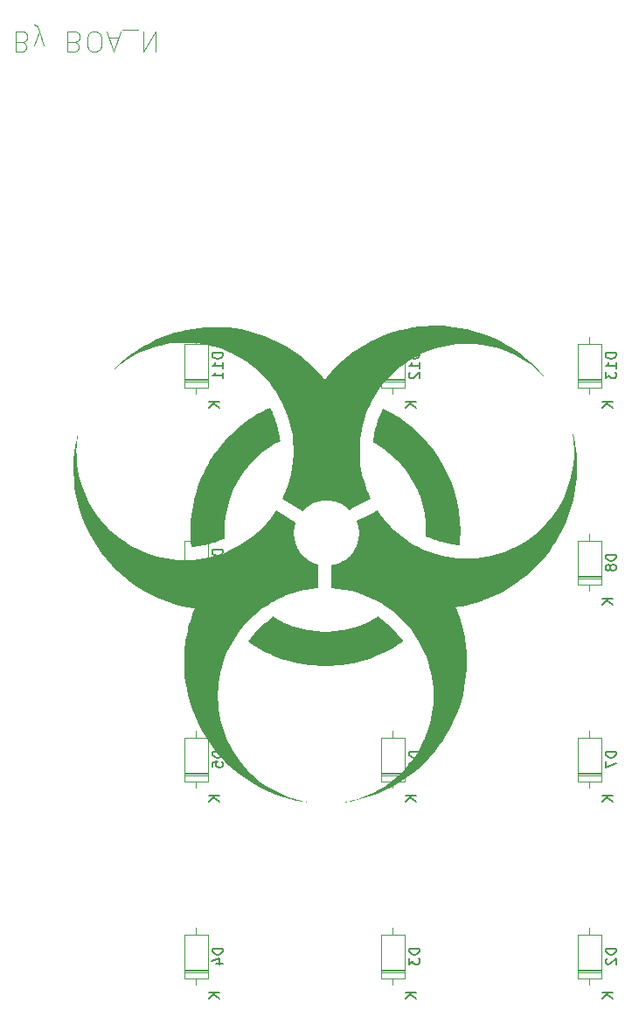
<source format=gbr>
%TF.GenerationSoftware,KiCad,Pcbnew,9.0.6*%
%TF.CreationDate,2026-01-12T21:07:24-05:00*%
%TF.ProjectId,BioPad,42696f50-6164-42e6-9b69-6361645f7063,rev?*%
%TF.SameCoordinates,Original*%
%TF.FileFunction,Legend,Bot*%
%TF.FilePolarity,Positive*%
%FSLAX46Y46*%
G04 Gerber Fmt 4.6, Leading zero omitted, Abs format (unit mm)*
G04 Created by KiCad (PCBNEW 9.0.6) date 2026-01-12 21:07:24*
%MOMM*%
%LPD*%
G01*
G04 APERTURE LIST*
%ADD10C,0.000000*%
%ADD11C,0.100000*%
%ADD12C,0.150000*%
%ADD13C,0.120000*%
G04 APERTURE END LIST*
D10*
G36*
X179308260Y-87722369D02*
G01*
X179257623Y-88168346D01*
X179226019Y-88616684D01*
X179213618Y-89066749D01*
X179220588Y-89517906D01*
X179247097Y-89969523D01*
X179293314Y-90420965D01*
X179359408Y-90871599D01*
X179445547Y-91320791D01*
X179551900Y-91767908D01*
X179678635Y-92212316D01*
X179825922Y-92653381D01*
X179993928Y-93090470D01*
X180182822Y-93522949D01*
X180392774Y-93950183D01*
X180623950Y-94371541D01*
X180906492Y-94833239D01*
X181208803Y-95275347D01*
X181529981Y-95697620D01*
X181869123Y-96099815D01*
X182225324Y-96481689D01*
X182597682Y-96842997D01*
X182985293Y-97183498D01*
X183387255Y-97502946D01*
X183802663Y-97801100D01*
X184230615Y-98077715D01*
X184670207Y-98332547D01*
X185120537Y-98565354D01*
X185580699Y-98775893D01*
X186049793Y-98963918D01*
X186526913Y-99129188D01*
X187011157Y-99271459D01*
X187501622Y-99390486D01*
X187997404Y-99486028D01*
X188497600Y-99557840D01*
X189001307Y-99605678D01*
X189507621Y-99629300D01*
X190015640Y-99628463D01*
X190524459Y-99602921D01*
X191033175Y-99552433D01*
X191540886Y-99476755D01*
X192046688Y-99375643D01*
X192549678Y-99248853D01*
X193048952Y-99096143D01*
X193543607Y-98917269D01*
X194032739Y-98711987D01*
X194515447Y-98480054D01*
X194990825Y-98221227D01*
X195266475Y-98056153D01*
X195535288Y-97884015D01*
X195797218Y-97705006D01*
X196052218Y-97519316D01*
X196300241Y-97327139D01*
X196541242Y-97128666D01*
X196775174Y-96924089D01*
X197001989Y-96713599D01*
X197221642Y-96497388D01*
X197434087Y-96275649D01*
X197639276Y-96048573D01*
X197837163Y-95816352D01*
X198027701Y-95579177D01*
X198210845Y-95337241D01*
X198386547Y-95090736D01*
X198554762Y-94839853D01*
X200447856Y-96010632D01*
X200411238Y-96129292D01*
X200378899Y-96249999D01*
X200351025Y-96372565D01*
X200327801Y-96496806D01*
X200309415Y-96622535D01*
X200296052Y-96749566D01*
X200287897Y-96877714D01*
X200285832Y-96942148D01*
X200285138Y-97006792D01*
X200288060Y-97143391D01*
X200296745Y-97278522D01*
X200311074Y-97412064D01*
X200330926Y-97543898D01*
X200356182Y-97673903D01*
X200386722Y-97801960D01*
X200422426Y-97927949D01*
X200463174Y-98051750D01*
X200508846Y-98173242D01*
X200559322Y-98292307D01*
X200614482Y-98408824D01*
X200674207Y-98522674D01*
X200738377Y-98633736D01*
X200806871Y-98741890D01*
X200879569Y-98847017D01*
X200956353Y-98948996D01*
X201037101Y-99047709D01*
X201121694Y-99143034D01*
X201210013Y-99234852D01*
X201301936Y-99323043D01*
X201397345Y-99407488D01*
X201496119Y-99488065D01*
X201598139Y-99564656D01*
X201703284Y-99637140D01*
X201811435Y-99705398D01*
X201922471Y-99769310D01*
X202036273Y-99828755D01*
X202152722Y-99883614D01*
X202271696Y-99933767D01*
X202393076Y-99979094D01*
X202516743Y-100019474D01*
X202642575Y-100054790D01*
X202642575Y-102344758D01*
X202354531Y-102368814D01*
X202066486Y-102400840D01*
X201778628Y-102440901D01*
X201491141Y-102489059D01*
X201204213Y-102545381D01*
X200918029Y-102609928D01*
X200632775Y-102682765D01*
X200348637Y-102763957D01*
X200065802Y-102853567D01*
X199784454Y-102951659D01*
X199504782Y-103058297D01*
X199226969Y-103173544D01*
X198951203Y-103297466D01*
X198677669Y-103430126D01*
X198406554Y-103571587D01*
X198138044Y-103721914D01*
X197679635Y-104002155D01*
X197240697Y-104302032D01*
X196821470Y-104620650D01*
X196422195Y-104957111D01*
X196043109Y-105310518D01*
X195684455Y-105679975D01*
X195346470Y-106064586D01*
X195029396Y-106463453D01*
X194733471Y-106875679D01*
X194458936Y-107300369D01*
X194206031Y-107736624D01*
X193974995Y-108183549D01*
X193766068Y-108640247D01*
X193579490Y-109105821D01*
X193415501Y-109579373D01*
X193274340Y-110060008D01*
X193156248Y-110546829D01*
X193061463Y-111038939D01*
X192990227Y-111535441D01*
X192942779Y-112035438D01*
X192919358Y-112538034D01*
X192920205Y-113042332D01*
X192945559Y-113547435D01*
X192995659Y-114052447D01*
X193070747Y-114556470D01*
X193171062Y-115058608D01*
X193296843Y-115557964D01*
X193448330Y-116053642D01*
X193625763Y-116544745D01*
X193829382Y-117030375D01*
X194059427Y-117509637D01*
X194316137Y-117981633D01*
X194638963Y-118505448D01*
X194987414Y-119003601D01*
X195360143Y-119475733D01*
X195755801Y-119921483D01*
X196173039Y-120340491D01*
X196610509Y-120732395D01*
X197066861Y-121096836D01*
X197540747Y-121433453D01*
X198030817Y-121741886D01*
X198535725Y-122021774D01*
X199054119Y-122272756D01*
X199584653Y-122494474D01*
X200125977Y-122686565D01*
X200676741Y-122848669D01*
X201235599Y-122980427D01*
X201801200Y-123081477D01*
X201164692Y-122995749D01*
X200537786Y-122881163D01*
X199921177Y-122738413D01*
X199315561Y-122568198D01*
X198721633Y-122371214D01*
X198140089Y-122148159D01*
X197571624Y-121899729D01*
X197016934Y-121626620D01*
X196476714Y-121329531D01*
X195951659Y-121009157D01*
X195442465Y-120666196D01*
X194949828Y-120301344D01*
X194474442Y-119915300D01*
X194017004Y-119508758D01*
X193578208Y-119082417D01*
X193158751Y-118636973D01*
X192759327Y-118173123D01*
X192380633Y-117691565D01*
X192023363Y-117192994D01*
X191688213Y-116678108D01*
X191375879Y-116147604D01*
X191087055Y-115602179D01*
X190822438Y-115042529D01*
X190582723Y-114469352D01*
X190368604Y-113883344D01*
X190180779Y-113285202D01*
X190019942Y-112675624D01*
X189886788Y-112055305D01*
X189782014Y-111424944D01*
X189706314Y-110785237D01*
X189660384Y-110136880D01*
X189644920Y-109480571D01*
X189649134Y-109138471D01*
X189661709Y-108798342D01*
X189682539Y-108460293D01*
X189711520Y-108124437D01*
X189748547Y-107790883D01*
X189793515Y-107459741D01*
X189846320Y-107131123D01*
X189906857Y-106805138D01*
X189975021Y-106481897D01*
X190050708Y-106161510D01*
X190133814Y-105844089D01*
X190224233Y-105529743D01*
X190321860Y-105218583D01*
X190426592Y-104910719D01*
X190538324Y-104606261D01*
X190656950Y-104305321D01*
X189909900Y-104176062D01*
X189171622Y-104005898D01*
X188443914Y-103795318D01*
X187728571Y-103544810D01*
X187027390Y-103254862D01*
X186342167Y-102925964D01*
X185674699Y-102558603D01*
X185026782Y-102153267D01*
X184400213Y-101710445D01*
X183796788Y-101230625D01*
X183218303Y-100714296D01*
X182666554Y-100161946D01*
X182143339Y-99574063D01*
X181650454Y-98951136D01*
X181189694Y-98293653D01*
X180762857Y-97602102D01*
X180427568Y-96986843D01*
X180126934Y-96362224D01*
X179860636Y-95729396D01*
X179628352Y-95089510D01*
X179429765Y-94443718D01*
X179264553Y-93793170D01*
X179132397Y-93139018D01*
X179032978Y-92482413D01*
X178965975Y-91824506D01*
X178931069Y-91166447D01*
X178927941Y-90509389D01*
X178956269Y-89854481D01*
X179015736Y-89202876D01*
X179106020Y-88555724D01*
X179226802Y-87914177D01*
X179377763Y-87279385D01*
X179308260Y-87722369D01*
G37*
G36*
X214696965Y-76960934D02*
G01*
X215283737Y-77003882D01*
X215867319Y-77071821D01*
X216446877Y-77164528D01*
X217021574Y-77281780D01*
X217590576Y-77423354D01*
X218153046Y-77589027D01*
X218708149Y-77778576D01*
X219255049Y-77991777D01*
X219792911Y-78228408D01*
X220320898Y-78488245D01*
X220838174Y-78771065D01*
X221343905Y-79076646D01*
X221837255Y-79404764D01*
X222317387Y-79755196D01*
X222783467Y-80127719D01*
X223234657Y-80522109D01*
X223670124Y-80938145D01*
X224089030Y-81375602D01*
X224490541Y-81834258D01*
X223861068Y-81239186D01*
X223189970Y-80703413D01*
X222481572Y-80228101D01*
X221740199Y-79814413D01*
X220970176Y-79463512D01*
X220175830Y-79176561D01*
X219361484Y-78954721D01*
X218531465Y-78799157D01*
X217690098Y-78711030D01*
X216841708Y-78691504D01*
X215990621Y-78741741D01*
X215141161Y-78862903D01*
X214297655Y-79056155D01*
X213464427Y-79322657D01*
X213053019Y-79483741D01*
X212645802Y-79663574D01*
X212243318Y-79862301D01*
X211846107Y-80080067D01*
X211407018Y-80347977D01*
X210985838Y-80633997D01*
X210582779Y-80937336D01*
X210198053Y-81257197D01*
X209831872Y-81592787D01*
X209484449Y-81943311D01*
X209155996Y-82307975D01*
X208846725Y-82685986D01*
X208556847Y-83076547D01*
X208286577Y-83478867D01*
X208036124Y-83892149D01*
X207805703Y-84315599D01*
X207595524Y-84748425D01*
X207405801Y-85189830D01*
X207236745Y-85639021D01*
X207088568Y-86095204D01*
X206961483Y-86557584D01*
X206855703Y-87025367D01*
X206771438Y-87497759D01*
X206708901Y-87973966D01*
X206668305Y-88453192D01*
X206649862Y-88934644D01*
X206653784Y-89417528D01*
X206680282Y-89901050D01*
X206729570Y-90384414D01*
X206801860Y-90866827D01*
X206897363Y-91347494D01*
X207016292Y-91825622D01*
X207158859Y-92300415D01*
X207325277Y-92771081D01*
X207515757Y-93236823D01*
X207730511Y-93696848D01*
X205821545Y-94665225D01*
X205646920Y-94768413D01*
X205538029Y-94665334D01*
X205424313Y-94567557D01*
X205305969Y-94475269D01*
X205183196Y-94388654D01*
X205056190Y-94307899D01*
X204925149Y-94233190D01*
X204790272Y-94164714D01*
X204651755Y-94102656D01*
X204509796Y-94047202D01*
X204364594Y-93998538D01*
X204216345Y-93956850D01*
X204065248Y-93922325D01*
X203911499Y-93895148D01*
X203755298Y-93875506D01*
X203596840Y-93863584D01*
X203436325Y-93859569D01*
X203263352Y-93864227D01*
X203092849Y-93878041D01*
X202925056Y-93900773D01*
X202760211Y-93932185D01*
X202598551Y-93972038D01*
X202440315Y-94020094D01*
X202285742Y-94076115D01*
X202135070Y-94139862D01*
X201988538Y-94211097D01*
X201846382Y-94289582D01*
X201708843Y-94375078D01*
X201576159Y-94467346D01*
X201448567Y-94566149D01*
X201326306Y-94671249D01*
X201209614Y-94782406D01*
X201098730Y-94899382D01*
X199189761Y-93716693D01*
X199448410Y-93140744D01*
X199671887Y-92551129D01*
X199859714Y-91949618D01*
X200011416Y-91337986D01*
X200126516Y-90718006D01*
X200204536Y-90091451D01*
X200245001Y-89460093D01*
X200247433Y-88825707D01*
X200211356Y-88190065D01*
X200136292Y-87554940D01*
X200021766Y-86922106D01*
X199867301Y-86293335D01*
X199672419Y-85670401D01*
X199436645Y-85055077D01*
X199159501Y-84449136D01*
X198840510Y-83854352D01*
X198557969Y-83392653D01*
X198255658Y-82950546D01*
X197934480Y-82528273D01*
X197595339Y-82126078D01*
X197239138Y-81744204D01*
X196866780Y-81382895D01*
X196479168Y-81042395D01*
X196077207Y-80722946D01*
X195661799Y-80424793D01*
X195233847Y-80148178D01*
X194794255Y-79893346D01*
X194343925Y-79660538D01*
X193883763Y-79450000D01*
X193414669Y-79261975D01*
X192937549Y-79096705D01*
X192453305Y-78954434D01*
X191962840Y-78835406D01*
X191467058Y-78739865D01*
X190966862Y-78668053D01*
X190463155Y-78620214D01*
X189956841Y-78596592D01*
X189448823Y-78597430D01*
X188940004Y-78622971D01*
X188431287Y-78673459D01*
X187923576Y-78749138D01*
X187417774Y-78850250D01*
X186914785Y-78977039D01*
X186415511Y-79129749D01*
X185920856Y-79308623D01*
X185431723Y-79513905D01*
X184949016Y-79745838D01*
X184473637Y-80004665D01*
X184258402Y-80133208D01*
X184047306Y-80265798D01*
X183840397Y-80402386D01*
X183637719Y-80542929D01*
X183439320Y-80687377D01*
X183245247Y-80835686D01*
X183055545Y-80987809D01*
X182870262Y-81143698D01*
X183191886Y-80828252D01*
X183525602Y-80522154D01*
X183871224Y-80225823D01*
X184228566Y-79939678D01*
X184597443Y-79664136D01*
X184977668Y-79399618D01*
X185369055Y-79146540D01*
X185771418Y-78905323D01*
X186330402Y-78599349D01*
X186897261Y-78321978D01*
X187471127Y-78072978D01*
X188051131Y-77852115D01*
X188636406Y-77659158D01*
X189226082Y-77493874D01*
X189819291Y-77356029D01*
X190415165Y-77245393D01*
X191012836Y-77161731D01*
X191611435Y-77104812D01*
X192210093Y-77074403D01*
X192807942Y-77070272D01*
X193404114Y-77092185D01*
X193997740Y-77139911D01*
X194587953Y-77213217D01*
X195173883Y-77311869D01*
X195754662Y-77435637D01*
X196329422Y-77584287D01*
X196897294Y-77757587D01*
X197457410Y-77955303D01*
X198008902Y-78177204D01*
X198550901Y-78423058D01*
X199082538Y-78692630D01*
X199602946Y-78985690D01*
X200111256Y-79302004D01*
X200606599Y-79641340D01*
X201088107Y-80003465D01*
X201554912Y-80388147D01*
X202006146Y-80795153D01*
X202440939Y-81224251D01*
X202858423Y-81675208D01*
X203257731Y-82147791D01*
X203456549Y-81901315D01*
X203661559Y-81659054D01*
X203872720Y-81421129D01*
X204089990Y-81187663D01*
X204313330Y-80958779D01*
X204542699Y-80734598D01*
X204778056Y-80515242D01*
X205019360Y-80300833D01*
X205266570Y-80091494D01*
X205519647Y-79887347D01*
X205778549Y-79688513D01*
X206043235Y-79495115D01*
X206313665Y-79307275D01*
X206589798Y-79125114D01*
X206871593Y-78948756D01*
X207159011Y-78778322D01*
X207711186Y-78476082D01*
X208271038Y-78201734D01*
X208837728Y-77955054D01*
X209410423Y-77735819D01*
X209988286Y-77543807D01*
X210570482Y-77378794D01*
X211156175Y-77240556D01*
X211744529Y-77128872D01*
X212334708Y-77043517D01*
X212925877Y-76984269D01*
X213517200Y-76950905D01*
X214107841Y-76943201D01*
X214696965Y-76960934D01*
G37*
G36*
X197975023Y-84898950D02*
G01*
X197983076Y-84919282D01*
X197991595Y-84939335D01*
X198000626Y-84959155D01*
X198010214Y-84978789D01*
X198020407Y-84998283D01*
X198031251Y-85017684D01*
X198042793Y-85037038D01*
X198117386Y-85194402D01*
X198189327Y-85353858D01*
X198258571Y-85515268D01*
X198325071Y-85678491D01*
X198388780Y-85843388D01*
X198449652Y-86009820D01*
X198507641Y-86177646D01*
X198562699Y-86346729D01*
X198616076Y-86525322D01*
X198666011Y-86703916D01*
X198712411Y-86882510D01*
X198755184Y-87061103D01*
X198794236Y-87239697D01*
X198829474Y-87418291D01*
X198860805Y-87596885D01*
X198888137Y-87775478D01*
X198894819Y-87816786D01*
X198902896Y-87857396D01*
X198912275Y-87897354D01*
X198922864Y-87936709D01*
X198934569Y-87975505D01*
X198947297Y-88013789D01*
X198960955Y-88051608D01*
X198975451Y-88089009D01*
X198387730Y-88408560D01*
X197825288Y-88766278D01*
X197289867Y-89160423D01*
X196783212Y-89589258D01*
X196307066Y-90051045D01*
X195863175Y-90544045D01*
X195453281Y-91066519D01*
X195079130Y-91616731D01*
X194742464Y-92192941D01*
X194445029Y-92793411D01*
X194188568Y-93416403D01*
X193974825Y-94060179D01*
X193805545Y-94723000D01*
X193682471Y-95403129D01*
X193607348Y-96098826D01*
X193581919Y-96808354D01*
X193583469Y-97001086D01*
X193588368Y-97192330D01*
X193596988Y-97382086D01*
X193602810Y-97476406D01*
X193609701Y-97570353D01*
X193530325Y-97582258D01*
X193500737Y-97588583D01*
X193471475Y-97595653D01*
X193442492Y-97603466D01*
X193413742Y-97612024D01*
X193385178Y-97621326D01*
X193356753Y-97631371D01*
X193328422Y-97642161D01*
X193300137Y-97653695D01*
X193300137Y-97649726D01*
X193123404Y-97721924D01*
X192947415Y-97789749D01*
X192772170Y-97853296D01*
X192597669Y-97912657D01*
X192423912Y-97967925D01*
X192250900Y-98019193D01*
X192078631Y-98066554D01*
X191907106Y-98110102D01*
X191730760Y-98150100D01*
X191553019Y-98186749D01*
X191373976Y-98220049D01*
X191193723Y-98250001D01*
X191012355Y-98276604D01*
X190829963Y-98299859D01*
X190646641Y-98319764D01*
X190462482Y-98336320D01*
X190433336Y-98339360D01*
X190404935Y-98342771D01*
X190390780Y-98344732D01*
X190376533Y-98346926D01*
X190362100Y-98349398D01*
X190347387Y-98352196D01*
X190326373Y-98161324D01*
X190308010Y-97969708D01*
X190292344Y-97777348D01*
X190279423Y-97584243D01*
X190269292Y-97390394D01*
X190261997Y-97195801D01*
X190257587Y-97000464D01*
X190256106Y-96804383D01*
X190265319Y-96308782D01*
X190292740Y-95817854D01*
X190338043Y-95331927D01*
X190400904Y-94851325D01*
X190480996Y-94376373D01*
X190577994Y-93907398D01*
X190691572Y-93444725D01*
X190821405Y-92988679D01*
X190967168Y-92539587D01*
X191128534Y-92097773D01*
X191305178Y-91663563D01*
X191496775Y-91237283D01*
X191702999Y-90819258D01*
X191923524Y-90409814D01*
X192158025Y-90009277D01*
X192406177Y-89617971D01*
X192667653Y-89236223D01*
X192942129Y-88864358D01*
X193229278Y-88502702D01*
X193528775Y-88151580D01*
X193840295Y-87811318D01*
X194163512Y-87482241D01*
X194498100Y-87164675D01*
X194843734Y-86858946D01*
X195200088Y-86565378D01*
X195566837Y-86284299D01*
X195943655Y-86016032D01*
X196330217Y-85760904D01*
X196726196Y-85519241D01*
X197131268Y-85291367D01*
X197545107Y-85077609D01*
X197967388Y-84878292D01*
X197975023Y-84898950D01*
G37*
G36*
X208490868Y-105067119D02*
G01*
X208493360Y-105070966D01*
X208498779Y-105078857D01*
X208504663Y-105086934D01*
X208510872Y-105095104D01*
X208517267Y-105103274D01*
X208523708Y-105111351D01*
X208536173Y-105126854D01*
X208567806Y-105163317D01*
X208583916Y-105180990D01*
X208600229Y-105198292D01*
X208616752Y-105215221D01*
X208633490Y-105231778D01*
X208650450Y-105247963D01*
X208667635Y-105263776D01*
X208685054Y-105279217D01*
X208702711Y-105294286D01*
X208720612Y-105308983D01*
X208738763Y-105323308D01*
X208757170Y-105337260D01*
X208775838Y-105350841D01*
X208794774Y-105364050D01*
X208813984Y-105376886D01*
X208951657Y-105481081D01*
X209087888Y-105588345D01*
X209222725Y-105698772D01*
X209356213Y-105812455D01*
X209488399Y-105929486D01*
X209619329Y-106049960D01*
X209749050Y-106173967D01*
X209877609Y-106301603D01*
X210004477Y-106433874D01*
X210129066Y-106568749D01*
X210251329Y-106706229D01*
X210371221Y-106846313D01*
X210488694Y-106989002D01*
X210603702Y-107134296D01*
X210716199Y-107282194D01*
X210826138Y-107432697D01*
X210861855Y-107480321D01*
X210457482Y-107755729D01*
X210042348Y-108016149D01*
X209616854Y-108261198D01*
X209181401Y-108490492D01*
X208736391Y-108703647D01*
X208282224Y-108900281D01*
X207819301Y-109080008D01*
X207348025Y-109242446D01*
X206868796Y-109387210D01*
X206382014Y-109513918D01*
X205888082Y-109622184D01*
X205387400Y-109711626D01*
X204880370Y-109781861D01*
X204367393Y-109832503D01*
X203848869Y-109863170D01*
X203325200Y-109873477D01*
X202804550Y-109863308D01*
X202289116Y-109833053D01*
X201779274Y-109783090D01*
X201275402Y-109713797D01*
X200777880Y-109625551D01*
X200287083Y-109518731D01*
X199803391Y-109393715D01*
X199327181Y-109250879D01*
X198858830Y-109090603D01*
X198398718Y-108913264D01*
X197947222Y-108719240D01*
X197504719Y-108508909D01*
X197071587Y-108282649D01*
X196648206Y-108040837D01*
X196234951Y-107783852D01*
X195832202Y-107512072D01*
X195867922Y-107464447D01*
X195975070Y-107315255D01*
X196085149Y-107168341D01*
X196198111Y-107023753D01*
X196313910Y-106881537D01*
X196432499Y-106741739D01*
X196553833Y-106604407D01*
X196677864Y-106469586D01*
X196804546Y-106337323D01*
X196932546Y-106208959D01*
X197063569Y-106082827D01*
X197197662Y-105958927D01*
X197334870Y-105837260D01*
X197475241Y-105717825D01*
X197618822Y-105600623D01*
X197765658Y-105485653D01*
X197915796Y-105372916D01*
X197936445Y-105357149D01*
X197956716Y-105341104D01*
X197976603Y-105324779D01*
X197996101Y-105308175D01*
X198015204Y-105291292D01*
X198033905Y-105274130D01*
X198052199Y-105256689D01*
X198070081Y-105238970D01*
X198087544Y-105220971D01*
X198104583Y-105202693D01*
X198121192Y-105184136D01*
X198137364Y-105165300D01*
X198153095Y-105146185D01*
X198168378Y-105126791D01*
X198183207Y-105107118D01*
X198197577Y-105087166D01*
X198479757Y-105255258D01*
X198768046Y-105414107D01*
X199062231Y-105563492D01*
X199362095Y-105703190D01*
X199667424Y-105832983D01*
X199978003Y-105952648D01*
X200293616Y-106061965D01*
X200614049Y-106160713D01*
X200939087Y-106248671D01*
X201268513Y-106325617D01*
X201602114Y-106391332D01*
X201939673Y-106445594D01*
X202280977Y-106488183D01*
X202625809Y-106518877D01*
X202973955Y-106537455D01*
X203325200Y-106543697D01*
X203679376Y-106537362D01*
X204030360Y-106518505D01*
X204377937Y-106487346D01*
X204721892Y-106444106D01*
X205062010Y-106389007D01*
X205398076Y-106322269D01*
X205729875Y-106244113D01*
X206057191Y-106154760D01*
X206379810Y-106054431D01*
X206697516Y-105943347D01*
X207010095Y-105821728D01*
X207317331Y-105689796D01*
X207619009Y-105547772D01*
X207914914Y-105395876D01*
X208204831Y-105234330D01*
X208488545Y-105063354D01*
X208490868Y-105067119D01*
G37*
G36*
X209697682Y-85392959D02*
G01*
X210479330Y-85866710D01*
X211223898Y-86392296D01*
X211928893Y-86967216D01*
X212591821Y-87588971D01*
X213210187Y-88255060D01*
X213781498Y-88962984D01*
X214303260Y-89710243D01*
X214772979Y-90494336D01*
X215188160Y-91312765D01*
X215546309Y-92163029D01*
X215844934Y-93042628D01*
X216081538Y-93949063D01*
X216253630Y-94879834D01*
X216358713Y-95832440D01*
X216394295Y-96804383D01*
X216393179Y-96979636D01*
X216389830Y-97154191D01*
X216384249Y-97328095D01*
X216376436Y-97501395D01*
X216366390Y-97674137D01*
X216354111Y-97846367D01*
X216339600Y-98018132D01*
X216322856Y-98189478D01*
X216306492Y-98186695D01*
X216290175Y-98184331D01*
X216273951Y-98182431D01*
X216257867Y-98181044D01*
X216241969Y-98180215D01*
X216226303Y-98179990D01*
X216218572Y-98180119D01*
X216210916Y-98180417D01*
X216203342Y-98180889D01*
X216195855Y-98181542D01*
X216025462Y-98163481D01*
X215853673Y-98141979D01*
X215680583Y-98116942D01*
X215506283Y-98088277D01*
X215330868Y-98055891D01*
X215154429Y-98019692D01*
X214977060Y-97979586D01*
X214798854Y-97935480D01*
X214615446Y-97886375D01*
X214434410Y-97834340D01*
X214255886Y-97779421D01*
X214080013Y-97721665D01*
X213906930Y-97661118D01*
X213736778Y-97597828D01*
X213569696Y-97531839D01*
X213405822Y-97463199D01*
X213384198Y-97453802D01*
X213362492Y-97444945D01*
X213340716Y-97436611D01*
X213318882Y-97428783D01*
X213275087Y-97414575D01*
X213231198Y-97402181D01*
X213187310Y-97391461D01*
X213143514Y-97382275D01*
X213099905Y-97374485D01*
X213056574Y-97367950D01*
X213064077Y-97228052D01*
X213068977Y-97088153D01*
X213071644Y-96948255D01*
X213072450Y-96808357D01*
X213066345Y-96460086D01*
X213048165Y-96114902D01*
X213018114Y-95773007D01*
X212976394Y-95434603D01*
X212923210Y-95099894D01*
X212858766Y-94769083D01*
X212783264Y-94442371D01*
X212696907Y-94119962D01*
X212599901Y-93802059D01*
X212492447Y-93488864D01*
X212374750Y-93180580D01*
X212247013Y-92877410D01*
X212109439Y-92579556D01*
X211962232Y-92287222D01*
X211805595Y-92000609D01*
X211639732Y-91719922D01*
X211464846Y-91445362D01*
X211281141Y-91177132D01*
X211088821Y-90915435D01*
X210888088Y-90660474D01*
X210679146Y-90412452D01*
X210462199Y-90171571D01*
X210237450Y-89938034D01*
X210005103Y-89712044D01*
X209765361Y-89493803D01*
X209518427Y-89283515D01*
X209264506Y-89081381D01*
X209003800Y-88887606D01*
X208736513Y-88702391D01*
X208462848Y-88525939D01*
X208183009Y-88358454D01*
X207897200Y-88200137D01*
X207928949Y-88120763D01*
X207940476Y-88086532D01*
X207951212Y-88052301D01*
X207961111Y-88018071D01*
X207970126Y-87983841D01*
X207978211Y-87949610D01*
X207985318Y-87915380D01*
X207991403Y-87881149D01*
X207996418Y-87846918D01*
X208023401Y-87662936D01*
X208053779Y-87480117D01*
X208087598Y-87298508D01*
X208124906Y-87118155D01*
X208165749Y-86939104D01*
X208210172Y-86761402D01*
X208258223Y-86585095D01*
X208309949Y-86410229D01*
X208365209Y-86235178D01*
X208423865Y-86061289D01*
X208485962Y-85888610D01*
X208551548Y-85717186D01*
X208620668Y-85547064D01*
X208693369Y-85378291D01*
X208769698Y-85210914D01*
X208849701Y-85044978D01*
X208881449Y-84973541D01*
X209697682Y-85392959D01*
G37*
G36*
X227409247Y-87850239D02*
G01*
X227511136Y-88395556D01*
X227590385Y-88942444D01*
X227647175Y-89490239D01*
X227681683Y-90038271D01*
X227694091Y-90585875D01*
X227684577Y-91132383D01*
X227653321Y-91677128D01*
X227600502Y-92219443D01*
X227526300Y-92758661D01*
X227430895Y-93294115D01*
X227314465Y-93825137D01*
X227177191Y-94351060D01*
X227019252Y-94871218D01*
X226840827Y-95384944D01*
X226642096Y-95891569D01*
X226423238Y-96390427D01*
X226184433Y-96880852D01*
X225925860Y-97362175D01*
X225647699Y-97833729D01*
X225350130Y-98294849D01*
X225033331Y-98744866D01*
X224697483Y-99183113D01*
X224342764Y-99608924D01*
X223969355Y-100021630D01*
X223577434Y-100420566D01*
X223167182Y-100805064D01*
X222738777Y-101174456D01*
X222292400Y-101528076D01*
X221828229Y-101865257D01*
X221346444Y-102185331D01*
X220847226Y-102487632D01*
X220554335Y-102651815D01*
X220259153Y-102808039D01*
X219961809Y-102956345D01*
X219662430Y-103096773D01*
X219361145Y-103229365D01*
X219058080Y-103354160D01*
X218753364Y-103471200D01*
X218447125Y-103580526D01*
X218139491Y-103682178D01*
X217830589Y-103776196D01*
X217520548Y-103862622D01*
X217209495Y-103941496D01*
X216897559Y-104012859D01*
X216584867Y-104076751D01*
X216271546Y-104133214D01*
X215957726Y-104182287D01*
X216082818Y-104489972D01*
X216200556Y-104801273D01*
X216310841Y-105116085D01*
X216413574Y-105434304D01*
X216508657Y-105755825D01*
X216595990Y-106080544D01*
X216675474Y-106408356D01*
X216747012Y-106739155D01*
X216810503Y-107072838D01*
X216865849Y-107409301D01*
X216912952Y-107748437D01*
X216951712Y-108090143D01*
X216982031Y-108434314D01*
X217003810Y-108780845D01*
X217016950Y-109129632D01*
X217021351Y-109480570D01*
X217006243Y-110129151D01*
X216961367Y-110769968D01*
X216887393Y-111402349D01*
X216784994Y-112025624D01*
X216654841Y-112639120D01*
X216497605Y-113242166D01*
X216313957Y-113834090D01*
X216104571Y-114414222D01*
X215870116Y-114981889D01*
X215611264Y-115536421D01*
X215328687Y-116077145D01*
X215023056Y-116603391D01*
X214695042Y-117114486D01*
X214345318Y-117609759D01*
X213974554Y-118088540D01*
X213583423Y-118550155D01*
X213172595Y-118993935D01*
X212742742Y-119419207D01*
X212294535Y-119825300D01*
X211828647Y-120211542D01*
X211345747Y-120577263D01*
X210846509Y-120921790D01*
X210331603Y-121244452D01*
X209801701Y-121544577D01*
X209257474Y-121821495D01*
X208699594Y-122074533D01*
X208128732Y-122303021D01*
X207545560Y-122506286D01*
X206950748Y-122683657D01*
X206344970Y-122834464D01*
X205728896Y-122958033D01*
X205103197Y-123053694D01*
X205326939Y-123013274D01*
X205550146Y-122967901D01*
X205772749Y-122917552D01*
X205994678Y-122862202D01*
X206215862Y-122801830D01*
X206436232Y-122736411D01*
X206655719Y-122665923D01*
X206874252Y-122590343D01*
X207091762Y-122509646D01*
X207308179Y-122423810D01*
X207523434Y-122332812D01*
X207737456Y-122236628D01*
X207950175Y-122135235D01*
X208161523Y-122028610D01*
X208371429Y-121916729D01*
X208579823Y-121799569D01*
X209038232Y-121519329D01*
X209477169Y-121219452D01*
X209896395Y-120900834D01*
X210295670Y-120564374D01*
X210674755Y-120210966D01*
X211033410Y-119841509D01*
X211371394Y-119456898D01*
X211688468Y-119058031D01*
X211984392Y-118645805D01*
X212258927Y-118221115D01*
X212511832Y-117784860D01*
X212742868Y-117337935D01*
X212951795Y-116881237D01*
X213138373Y-116415664D01*
X213302362Y-115942111D01*
X213443523Y-115461476D01*
X213561616Y-114974655D01*
X213656400Y-114482545D01*
X213727636Y-113986043D01*
X213775084Y-113486046D01*
X213798505Y-112983450D01*
X213797659Y-112479152D01*
X213772305Y-111974049D01*
X213722204Y-111469037D01*
X213647116Y-110965014D01*
X213546802Y-110462876D01*
X213421021Y-109963519D01*
X213269534Y-109467842D01*
X213092101Y-108976739D01*
X212888482Y-108491109D01*
X212658437Y-108011847D01*
X212401726Y-107539851D01*
X212042428Y-106961595D01*
X211651858Y-106414803D01*
X211231859Y-105899963D01*
X210784275Y-105417562D01*
X210310949Y-104968089D01*
X209813722Y-104552033D01*
X209294439Y-104169882D01*
X208754942Y-103822125D01*
X208197075Y-103509248D01*
X207622679Y-103231742D01*
X207033598Y-102990094D01*
X206431674Y-102784793D01*
X205818752Y-102616326D01*
X205196673Y-102485183D01*
X204567280Y-102391852D01*
X203932418Y-102336820D01*
X203932418Y-100118289D01*
X204072012Y-100092884D01*
X204209414Y-100061414D01*
X204344476Y-100024023D01*
X204477050Y-99980855D01*
X204606992Y-99932053D01*
X204734153Y-99877762D01*
X204858387Y-99818126D01*
X204979547Y-99753287D01*
X205097486Y-99683391D01*
X205212058Y-99608581D01*
X205323115Y-99529001D01*
X205430511Y-99444795D01*
X205534100Y-99356106D01*
X205633733Y-99263079D01*
X205729265Y-99165857D01*
X205820549Y-99064585D01*
X205907438Y-98959406D01*
X205989785Y-98850465D01*
X206067443Y-98737904D01*
X206140266Y-98621868D01*
X206208107Y-98502501D01*
X206270818Y-98379947D01*
X206328254Y-98254349D01*
X206380267Y-98125852D01*
X206426711Y-97994599D01*
X206467438Y-97860734D01*
X206502303Y-97724402D01*
X206531157Y-97585745D01*
X206553855Y-97444909D01*
X206570250Y-97302036D01*
X206580194Y-97157271D01*
X206583542Y-97010757D01*
X206582615Y-96934302D01*
X206579852Y-96858247D01*
X206575275Y-96782623D01*
X206568907Y-96707458D01*
X206560772Y-96632782D01*
X206550893Y-96558622D01*
X206539293Y-96485010D01*
X206525995Y-96411972D01*
X206511023Y-96339540D01*
X206494400Y-96267741D01*
X206476150Y-96196605D01*
X206456294Y-96126160D01*
X206434857Y-96056437D01*
X206411863Y-95987463D01*
X206387333Y-95919269D01*
X206361292Y-95851883D01*
X207651135Y-95189098D01*
X208373449Y-94820006D01*
X208664321Y-95237724D01*
X208972350Y-95637207D01*
X209296738Y-96018242D01*
X209636688Y-96380616D01*
X209991406Y-96724116D01*
X210360093Y-97048530D01*
X210741955Y-97353644D01*
X211136193Y-97639245D01*
X211542012Y-97905120D01*
X211958615Y-98151057D01*
X212385206Y-98376843D01*
X212820989Y-98582264D01*
X213265166Y-98767109D01*
X213716942Y-98931163D01*
X214175519Y-99074214D01*
X214640102Y-99196049D01*
X215109894Y-99296455D01*
X215584099Y-99375219D01*
X216061920Y-99432128D01*
X216542560Y-99466970D01*
X217025223Y-99479531D01*
X217509113Y-99469599D01*
X217993433Y-99436960D01*
X218477387Y-99381401D01*
X218960179Y-99302711D01*
X219441011Y-99200675D01*
X219919087Y-99075081D01*
X220393611Y-98925716D01*
X220863787Y-98752367D01*
X221328818Y-98554821D01*
X221787907Y-98332866D01*
X222240258Y-98086287D01*
X222944528Y-97642186D01*
X223601191Y-97151546D01*
X224209333Y-96617782D01*
X224768042Y-96044304D01*
X225276405Y-95434527D01*
X225733510Y-94791862D01*
X226138444Y-94119722D01*
X226490294Y-93421519D01*
X226788146Y-92700667D01*
X227031090Y-91960577D01*
X227218211Y-91204663D01*
X227348598Y-90436337D01*
X227421336Y-89659011D01*
X227435514Y-88876098D01*
X227390220Y-88091011D01*
X227284539Y-87307163D01*
X227409247Y-87850239D01*
G37*
D11*
X173983646Y-49527580D02*
X174269360Y-49432342D01*
X174269360Y-49432342D02*
X174364598Y-49337104D01*
X174364598Y-49337104D02*
X174459836Y-49146628D01*
X174459836Y-49146628D02*
X174459836Y-48860914D01*
X174459836Y-48860914D02*
X174364598Y-48670438D01*
X174364598Y-48670438D02*
X174269360Y-48575200D01*
X174269360Y-48575200D02*
X174078884Y-48479961D01*
X174078884Y-48479961D02*
X173316979Y-48479961D01*
X173316979Y-48479961D02*
X173316979Y-50479961D01*
X173316979Y-50479961D02*
X173983646Y-50479961D01*
X173983646Y-50479961D02*
X174174122Y-50384723D01*
X174174122Y-50384723D02*
X174269360Y-50289485D01*
X174269360Y-50289485D02*
X174364598Y-50099009D01*
X174364598Y-50099009D02*
X174364598Y-49908533D01*
X174364598Y-49908533D02*
X174269360Y-49718057D01*
X174269360Y-49718057D02*
X174174122Y-49622819D01*
X174174122Y-49622819D02*
X173983646Y-49527580D01*
X173983646Y-49527580D02*
X173316979Y-49527580D01*
X175126503Y-49813295D02*
X175602693Y-48479961D01*
X176078884Y-49813295D02*
X175602693Y-48479961D01*
X175602693Y-48479961D02*
X175412217Y-48003771D01*
X175412217Y-48003771D02*
X175316979Y-47908533D01*
X175316979Y-47908533D02*
X175126503Y-47813295D01*
X179031266Y-49527580D02*
X179316980Y-49432342D01*
X179316980Y-49432342D02*
X179412218Y-49337104D01*
X179412218Y-49337104D02*
X179507456Y-49146628D01*
X179507456Y-49146628D02*
X179507456Y-48860914D01*
X179507456Y-48860914D02*
X179412218Y-48670438D01*
X179412218Y-48670438D02*
X179316980Y-48575200D01*
X179316980Y-48575200D02*
X179126504Y-48479961D01*
X179126504Y-48479961D02*
X178364599Y-48479961D01*
X178364599Y-48479961D02*
X178364599Y-50479961D01*
X178364599Y-50479961D02*
X179031266Y-50479961D01*
X179031266Y-50479961D02*
X179221742Y-50384723D01*
X179221742Y-50384723D02*
X179316980Y-50289485D01*
X179316980Y-50289485D02*
X179412218Y-50099009D01*
X179412218Y-50099009D02*
X179412218Y-49908533D01*
X179412218Y-49908533D02*
X179316980Y-49718057D01*
X179316980Y-49718057D02*
X179221742Y-49622819D01*
X179221742Y-49622819D02*
X179031266Y-49527580D01*
X179031266Y-49527580D02*
X178364599Y-49527580D01*
X180745551Y-50479961D02*
X181126504Y-50479961D01*
X181126504Y-50479961D02*
X181316980Y-50384723D01*
X181316980Y-50384723D02*
X181507456Y-50194247D01*
X181507456Y-50194247D02*
X181602694Y-49813295D01*
X181602694Y-49813295D02*
X181602694Y-49146628D01*
X181602694Y-49146628D02*
X181507456Y-48765676D01*
X181507456Y-48765676D02*
X181316980Y-48575200D01*
X181316980Y-48575200D02*
X181126504Y-48479961D01*
X181126504Y-48479961D02*
X180745551Y-48479961D01*
X180745551Y-48479961D02*
X180555075Y-48575200D01*
X180555075Y-48575200D02*
X180364599Y-48765676D01*
X180364599Y-48765676D02*
X180269361Y-49146628D01*
X180269361Y-49146628D02*
X180269361Y-49813295D01*
X180269361Y-49813295D02*
X180364599Y-50194247D01*
X180364599Y-50194247D02*
X180555075Y-50384723D01*
X180555075Y-50384723D02*
X180745551Y-50479961D01*
X182364599Y-49051390D02*
X183316980Y-49051390D01*
X182174123Y-48479961D02*
X182840789Y-50479961D01*
X182840789Y-50479961D02*
X183507456Y-48479961D01*
X183697933Y-48289485D02*
X185221742Y-48289485D01*
X185697933Y-48479961D02*
X185697933Y-50479961D01*
X185697933Y-50479961D02*
X186840790Y-48479961D01*
X186840790Y-48479961D02*
X186840790Y-50479961D01*
D12*
X231474819Y-118161905D02*
X230474819Y-118161905D01*
X230474819Y-118161905D02*
X230474819Y-118400000D01*
X230474819Y-118400000D02*
X230522438Y-118542857D01*
X230522438Y-118542857D02*
X230617676Y-118638095D01*
X230617676Y-118638095D02*
X230712914Y-118685714D01*
X230712914Y-118685714D02*
X230903390Y-118733333D01*
X230903390Y-118733333D02*
X231046247Y-118733333D01*
X231046247Y-118733333D02*
X231236723Y-118685714D01*
X231236723Y-118685714D02*
X231331961Y-118638095D01*
X231331961Y-118638095D02*
X231427200Y-118542857D01*
X231427200Y-118542857D02*
X231474819Y-118400000D01*
X231474819Y-118400000D02*
X231474819Y-118161905D01*
X230474819Y-119066667D02*
X230474819Y-119733333D01*
X230474819Y-119733333D02*
X231474819Y-119304762D01*
X231154819Y-122448095D02*
X230154819Y-122448095D01*
X231154819Y-123019523D02*
X230583390Y-122590952D01*
X230154819Y-123019523D02*
X230726247Y-122448095D01*
X212424819Y-118161905D02*
X211424819Y-118161905D01*
X211424819Y-118161905D02*
X211424819Y-118400000D01*
X211424819Y-118400000D02*
X211472438Y-118542857D01*
X211472438Y-118542857D02*
X211567676Y-118638095D01*
X211567676Y-118638095D02*
X211662914Y-118685714D01*
X211662914Y-118685714D02*
X211853390Y-118733333D01*
X211853390Y-118733333D02*
X211996247Y-118733333D01*
X211996247Y-118733333D02*
X212186723Y-118685714D01*
X212186723Y-118685714D02*
X212281961Y-118638095D01*
X212281961Y-118638095D02*
X212377200Y-118542857D01*
X212377200Y-118542857D02*
X212424819Y-118400000D01*
X212424819Y-118400000D02*
X212424819Y-118161905D01*
X211424819Y-119590476D02*
X211424819Y-119400000D01*
X211424819Y-119400000D02*
X211472438Y-119304762D01*
X211472438Y-119304762D02*
X211520057Y-119257143D01*
X211520057Y-119257143D02*
X211662914Y-119161905D01*
X211662914Y-119161905D02*
X211853390Y-119114286D01*
X211853390Y-119114286D02*
X212234342Y-119114286D01*
X212234342Y-119114286D02*
X212329580Y-119161905D01*
X212329580Y-119161905D02*
X212377200Y-119209524D01*
X212377200Y-119209524D02*
X212424819Y-119304762D01*
X212424819Y-119304762D02*
X212424819Y-119495238D01*
X212424819Y-119495238D02*
X212377200Y-119590476D01*
X212377200Y-119590476D02*
X212329580Y-119638095D01*
X212329580Y-119638095D02*
X212234342Y-119685714D01*
X212234342Y-119685714D02*
X211996247Y-119685714D01*
X211996247Y-119685714D02*
X211901009Y-119638095D01*
X211901009Y-119638095D02*
X211853390Y-119590476D01*
X211853390Y-119590476D02*
X211805771Y-119495238D01*
X211805771Y-119495238D02*
X211805771Y-119304762D01*
X211805771Y-119304762D02*
X211853390Y-119209524D01*
X211853390Y-119209524D02*
X211901009Y-119161905D01*
X211901009Y-119161905D02*
X211996247Y-119114286D01*
X212104819Y-122448095D02*
X211104819Y-122448095D01*
X212104819Y-123019523D02*
X211533390Y-122590952D01*
X211104819Y-123019523D02*
X211676247Y-122448095D01*
X193378819Y-137211905D02*
X192378819Y-137211905D01*
X192378819Y-137211905D02*
X192378819Y-137450000D01*
X192378819Y-137450000D02*
X192426438Y-137592857D01*
X192426438Y-137592857D02*
X192521676Y-137688095D01*
X192521676Y-137688095D02*
X192616914Y-137735714D01*
X192616914Y-137735714D02*
X192807390Y-137783333D01*
X192807390Y-137783333D02*
X192950247Y-137783333D01*
X192950247Y-137783333D02*
X193140723Y-137735714D01*
X193140723Y-137735714D02*
X193235961Y-137688095D01*
X193235961Y-137688095D02*
X193331200Y-137592857D01*
X193331200Y-137592857D02*
X193378819Y-137450000D01*
X193378819Y-137450000D02*
X193378819Y-137211905D01*
X192712152Y-138640476D02*
X193378819Y-138640476D01*
X192331200Y-138402381D02*
X193045485Y-138164286D01*
X193045485Y-138164286D02*
X193045485Y-138783333D01*
X193058819Y-141498095D02*
X192058819Y-141498095D01*
X193058819Y-142069523D02*
X192487390Y-141640952D01*
X192058819Y-142069523D02*
X192630247Y-141498095D01*
X212424819Y-99111905D02*
X211424819Y-99111905D01*
X211424819Y-99111905D02*
X211424819Y-99350000D01*
X211424819Y-99350000D02*
X211472438Y-99492857D01*
X211472438Y-99492857D02*
X211567676Y-99588095D01*
X211567676Y-99588095D02*
X211662914Y-99635714D01*
X211662914Y-99635714D02*
X211853390Y-99683333D01*
X211853390Y-99683333D02*
X211996247Y-99683333D01*
X211996247Y-99683333D02*
X212186723Y-99635714D01*
X212186723Y-99635714D02*
X212281961Y-99588095D01*
X212281961Y-99588095D02*
X212377200Y-99492857D01*
X212377200Y-99492857D02*
X212424819Y-99350000D01*
X212424819Y-99350000D02*
X212424819Y-99111905D01*
X212424819Y-100159524D02*
X212424819Y-100350000D01*
X212424819Y-100350000D02*
X212377200Y-100445238D01*
X212377200Y-100445238D02*
X212329580Y-100492857D01*
X212329580Y-100492857D02*
X212186723Y-100588095D01*
X212186723Y-100588095D02*
X211996247Y-100635714D01*
X211996247Y-100635714D02*
X211615295Y-100635714D01*
X211615295Y-100635714D02*
X211520057Y-100588095D01*
X211520057Y-100588095D02*
X211472438Y-100540476D01*
X211472438Y-100540476D02*
X211424819Y-100445238D01*
X211424819Y-100445238D02*
X211424819Y-100254762D01*
X211424819Y-100254762D02*
X211472438Y-100159524D01*
X211472438Y-100159524D02*
X211520057Y-100111905D01*
X211520057Y-100111905D02*
X211615295Y-100064286D01*
X211615295Y-100064286D02*
X211853390Y-100064286D01*
X211853390Y-100064286D02*
X211948628Y-100111905D01*
X211948628Y-100111905D02*
X211996247Y-100159524D01*
X211996247Y-100159524D02*
X212043866Y-100254762D01*
X212043866Y-100254762D02*
X212043866Y-100445238D01*
X212043866Y-100445238D02*
X211996247Y-100540476D01*
X211996247Y-100540476D02*
X211948628Y-100588095D01*
X211948628Y-100588095D02*
X211853390Y-100635714D01*
X212104819Y-103398095D02*
X211104819Y-103398095D01*
X212104819Y-103969523D02*
X211533390Y-103540952D01*
X211104819Y-103969523D02*
X211676247Y-103398095D01*
X193374819Y-98635714D02*
X192374819Y-98635714D01*
X192374819Y-98635714D02*
X192374819Y-98873809D01*
X192374819Y-98873809D02*
X192422438Y-99016666D01*
X192422438Y-99016666D02*
X192517676Y-99111904D01*
X192517676Y-99111904D02*
X192612914Y-99159523D01*
X192612914Y-99159523D02*
X192803390Y-99207142D01*
X192803390Y-99207142D02*
X192946247Y-99207142D01*
X192946247Y-99207142D02*
X193136723Y-99159523D01*
X193136723Y-99159523D02*
X193231961Y-99111904D01*
X193231961Y-99111904D02*
X193327200Y-99016666D01*
X193327200Y-99016666D02*
X193374819Y-98873809D01*
X193374819Y-98873809D02*
X193374819Y-98635714D01*
X193374819Y-100159523D02*
X193374819Y-99588095D01*
X193374819Y-99873809D02*
X192374819Y-99873809D01*
X192374819Y-99873809D02*
X192517676Y-99778571D01*
X192517676Y-99778571D02*
X192612914Y-99683333D01*
X192612914Y-99683333D02*
X192660533Y-99588095D01*
X192374819Y-100778571D02*
X192374819Y-100873809D01*
X192374819Y-100873809D02*
X192422438Y-100969047D01*
X192422438Y-100969047D02*
X192470057Y-101016666D01*
X192470057Y-101016666D02*
X192565295Y-101064285D01*
X192565295Y-101064285D02*
X192755771Y-101111904D01*
X192755771Y-101111904D02*
X192993866Y-101111904D01*
X192993866Y-101111904D02*
X193184342Y-101064285D01*
X193184342Y-101064285D02*
X193279580Y-101016666D01*
X193279580Y-101016666D02*
X193327200Y-100969047D01*
X193327200Y-100969047D02*
X193374819Y-100873809D01*
X193374819Y-100873809D02*
X193374819Y-100778571D01*
X193374819Y-100778571D02*
X193327200Y-100683333D01*
X193327200Y-100683333D02*
X193279580Y-100635714D01*
X193279580Y-100635714D02*
X193184342Y-100588095D01*
X193184342Y-100588095D02*
X192993866Y-100540476D01*
X192993866Y-100540476D02*
X192755771Y-100540476D01*
X192755771Y-100540476D02*
X192565295Y-100588095D01*
X192565295Y-100588095D02*
X192470057Y-100635714D01*
X192470057Y-100635714D02*
X192422438Y-100683333D01*
X192422438Y-100683333D02*
X192374819Y-100778571D01*
X193054819Y-103398095D02*
X192054819Y-103398095D01*
X193054819Y-103969523D02*
X192483390Y-103540952D01*
X192054819Y-103969523D02*
X192626247Y-103398095D01*
X193374819Y-118161905D02*
X192374819Y-118161905D01*
X192374819Y-118161905D02*
X192374819Y-118400000D01*
X192374819Y-118400000D02*
X192422438Y-118542857D01*
X192422438Y-118542857D02*
X192517676Y-118638095D01*
X192517676Y-118638095D02*
X192612914Y-118685714D01*
X192612914Y-118685714D02*
X192803390Y-118733333D01*
X192803390Y-118733333D02*
X192946247Y-118733333D01*
X192946247Y-118733333D02*
X193136723Y-118685714D01*
X193136723Y-118685714D02*
X193231961Y-118638095D01*
X193231961Y-118638095D02*
X193327200Y-118542857D01*
X193327200Y-118542857D02*
X193374819Y-118400000D01*
X193374819Y-118400000D02*
X193374819Y-118161905D01*
X192374819Y-119638095D02*
X192374819Y-119161905D01*
X192374819Y-119161905D02*
X192851009Y-119114286D01*
X192851009Y-119114286D02*
X192803390Y-119161905D01*
X192803390Y-119161905D02*
X192755771Y-119257143D01*
X192755771Y-119257143D02*
X192755771Y-119495238D01*
X192755771Y-119495238D02*
X192803390Y-119590476D01*
X192803390Y-119590476D02*
X192851009Y-119638095D01*
X192851009Y-119638095D02*
X192946247Y-119685714D01*
X192946247Y-119685714D02*
X193184342Y-119685714D01*
X193184342Y-119685714D02*
X193279580Y-119638095D01*
X193279580Y-119638095D02*
X193327200Y-119590476D01*
X193327200Y-119590476D02*
X193374819Y-119495238D01*
X193374819Y-119495238D02*
X193374819Y-119257143D01*
X193374819Y-119257143D02*
X193327200Y-119161905D01*
X193327200Y-119161905D02*
X193279580Y-119114286D01*
X193054819Y-122448095D02*
X192054819Y-122448095D01*
X193054819Y-123019523D02*
X192483390Y-122590952D01*
X192054819Y-123019523D02*
X192626247Y-122448095D01*
X212428819Y-137211905D02*
X211428819Y-137211905D01*
X211428819Y-137211905D02*
X211428819Y-137450000D01*
X211428819Y-137450000D02*
X211476438Y-137592857D01*
X211476438Y-137592857D02*
X211571676Y-137688095D01*
X211571676Y-137688095D02*
X211666914Y-137735714D01*
X211666914Y-137735714D02*
X211857390Y-137783333D01*
X211857390Y-137783333D02*
X212000247Y-137783333D01*
X212000247Y-137783333D02*
X212190723Y-137735714D01*
X212190723Y-137735714D02*
X212285961Y-137688095D01*
X212285961Y-137688095D02*
X212381200Y-137592857D01*
X212381200Y-137592857D02*
X212428819Y-137450000D01*
X212428819Y-137450000D02*
X212428819Y-137211905D01*
X211428819Y-138116667D02*
X211428819Y-138735714D01*
X211428819Y-138735714D02*
X211809771Y-138402381D01*
X211809771Y-138402381D02*
X211809771Y-138545238D01*
X211809771Y-138545238D02*
X211857390Y-138640476D01*
X211857390Y-138640476D02*
X211905009Y-138688095D01*
X211905009Y-138688095D02*
X212000247Y-138735714D01*
X212000247Y-138735714D02*
X212238342Y-138735714D01*
X212238342Y-138735714D02*
X212333580Y-138688095D01*
X212333580Y-138688095D02*
X212381200Y-138640476D01*
X212381200Y-138640476D02*
X212428819Y-138545238D01*
X212428819Y-138545238D02*
X212428819Y-138259524D01*
X212428819Y-138259524D02*
X212381200Y-138164286D01*
X212381200Y-138164286D02*
X212333580Y-138116667D01*
X212108819Y-141498095D02*
X211108819Y-141498095D01*
X212108819Y-142069523D02*
X211537390Y-141640952D01*
X211108819Y-142069523D02*
X211680247Y-141498095D01*
X231478819Y-137211905D02*
X230478819Y-137211905D01*
X230478819Y-137211905D02*
X230478819Y-137450000D01*
X230478819Y-137450000D02*
X230526438Y-137592857D01*
X230526438Y-137592857D02*
X230621676Y-137688095D01*
X230621676Y-137688095D02*
X230716914Y-137735714D01*
X230716914Y-137735714D02*
X230907390Y-137783333D01*
X230907390Y-137783333D02*
X231050247Y-137783333D01*
X231050247Y-137783333D02*
X231240723Y-137735714D01*
X231240723Y-137735714D02*
X231335961Y-137688095D01*
X231335961Y-137688095D02*
X231431200Y-137592857D01*
X231431200Y-137592857D02*
X231478819Y-137450000D01*
X231478819Y-137450000D02*
X231478819Y-137211905D01*
X230574057Y-138164286D02*
X230526438Y-138211905D01*
X230526438Y-138211905D02*
X230478819Y-138307143D01*
X230478819Y-138307143D02*
X230478819Y-138545238D01*
X230478819Y-138545238D02*
X230526438Y-138640476D01*
X230526438Y-138640476D02*
X230574057Y-138688095D01*
X230574057Y-138688095D02*
X230669295Y-138735714D01*
X230669295Y-138735714D02*
X230764533Y-138735714D01*
X230764533Y-138735714D02*
X230907390Y-138688095D01*
X230907390Y-138688095D02*
X231478819Y-138116667D01*
X231478819Y-138116667D02*
X231478819Y-138735714D01*
X231158819Y-141498095D02*
X230158819Y-141498095D01*
X231158819Y-142069523D02*
X230587390Y-141640952D01*
X230158819Y-142069523D02*
X230730247Y-141498095D01*
X231474819Y-79585714D02*
X230474819Y-79585714D01*
X230474819Y-79585714D02*
X230474819Y-79823809D01*
X230474819Y-79823809D02*
X230522438Y-79966666D01*
X230522438Y-79966666D02*
X230617676Y-80061904D01*
X230617676Y-80061904D02*
X230712914Y-80109523D01*
X230712914Y-80109523D02*
X230903390Y-80157142D01*
X230903390Y-80157142D02*
X231046247Y-80157142D01*
X231046247Y-80157142D02*
X231236723Y-80109523D01*
X231236723Y-80109523D02*
X231331961Y-80061904D01*
X231331961Y-80061904D02*
X231427200Y-79966666D01*
X231427200Y-79966666D02*
X231474819Y-79823809D01*
X231474819Y-79823809D02*
X231474819Y-79585714D01*
X231474819Y-81109523D02*
X231474819Y-80538095D01*
X231474819Y-80823809D02*
X230474819Y-80823809D01*
X230474819Y-80823809D02*
X230617676Y-80728571D01*
X230617676Y-80728571D02*
X230712914Y-80633333D01*
X230712914Y-80633333D02*
X230760533Y-80538095D01*
X230474819Y-81442857D02*
X230474819Y-82061904D01*
X230474819Y-82061904D02*
X230855771Y-81728571D01*
X230855771Y-81728571D02*
X230855771Y-81871428D01*
X230855771Y-81871428D02*
X230903390Y-81966666D01*
X230903390Y-81966666D02*
X230951009Y-82014285D01*
X230951009Y-82014285D02*
X231046247Y-82061904D01*
X231046247Y-82061904D02*
X231284342Y-82061904D01*
X231284342Y-82061904D02*
X231379580Y-82014285D01*
X231379580Y-82014285D02*
X231427200Y-81966666D01*
X231427200Y-81966666D02*
X231474819Y-81871428D01*
X231474819Y-81871428D02*
X231474819Y-81585714D01*
X231474819Y-81585714D02*
X231427200Y-81490476D01*
X231427200Y-81490476D02*
X231379580Y-81442857D01*
X231154819Y-84348095D02*
X230154819Y-84348095D01*
X231154819Y-84919523D02*
X230583390Y-84490952D01*
X230154819Y-84919523D02*
X230726247Y-84348095D01*
X231474819Y-99111905D02*
X230474819Y-99111905D01*
X230474819Y-99111905D02*
X230474819Y-99350000D01*
X230474819Y-99350000D02*
X230522438Y-99492857D01*
X230522438Y-99492857D02*
X230617676Y-99588095D01*
X230617676Y-99588095D02*
X230712914Y-99635714D01*
X230712914Y-99635714D02*
X230903390Y-99683333D01*
X230903390Y-99683333D02*
X231046247Y-99683333D01*
X231046247Y-99683333D02*
X231236723Y-99635714D01*
X231236723Y-99635714D02*
X231331961Y-99588095D01*
X231331961Y-99588095D02*
X231427200Y-99492857D01*
X231427200Y-99492857D02*
X231474819Y-99350000D01*
X231474819Y-99350000D02*
X231474819Y-99111905D01*
X230903390Y-100254762D02*
X230855771Y-100159524D01*
X230855771Y-100159524D02*
X230808152Y-100111905D01*
X230808152Y-100111905D02*
X230712914Y-100064286D01*
X230712914Y-100064286D02*
X230665295Y-100064286D01*
X230665295Y-100064286D02*
X230570057Y-100111905D01*
X230570057Y-100111905D02*
X230522438Y-100159524D01*
X230522438Y-100159524D02*
X230474819Y-100254762D01*
X230474819Y-100254762D02*
X230474819Y-100445238D01*
X230474819Y-100445238D02*
X230522438Y-100540476D01*
X230522438Y-100540476D02*
X230570057Y-100588095D01*
X230570057Y-100588095D02*
X230665295Y-100635714D01*
X230665295Y-100635714D02*
X230712914Y-100635714D01*
X230712914Y-100635714D02*
X230808152Y-100588095D01*
X230808152Y-100588095D02*
X230855771Y-100540476D01*
X230855771Y-100540476D02*
X230903390Y-100445238D01*
X230903390Y-100445238D02*
X230903390Y-100254762D01*
X230903390Y-100254762D02*
X230951009Y-100159524D01*
X230951009Y-100159524D02*
X230998628Y-100111905D01*
X230998628Y-100111905D02*
X231093866Y-100064286D01*
X231093866Y-100064286D02*
X231284342Y-100064286D01*
X231284342Y-100064286D02*
X231379580Y-100111905D01*
X231379580Y-100111905D02*
X231427200Y-100159524D01*
X231427200Y-100159524D02*
X231474819Y-100254762D01*
X231474819Y-100254762D02*
X231474819Y-100445238D01*
X231474819Y-100445238D02*
X231427200Y-100540476D01*
X231427200Y-100540476D02*
X231379580Y-100588095D01*
X231379580Y-100588095D02*
X231284342Y-100635714D01*
X231284342Y-100635714D02*
X231093866Y-100635714D01*
X231093866Y-100635714D02*
X230998628Y-100588095D01*
X230998628Y-100588095D02*
X230951009Y-100540476D01*
X230951009Y-100540476D02*
X230903390Y-100445238D01*
X231154819Y-103398095D02*
X230154819Y-103398095D01*
X231154819Y-103969523D02*
X230583390Y-103540952D01*
X230154819Y-103969523D02*
X230726247Y-103398095D01*
X193374819Y-79585714D02*
X192374819Y-79585714D01*
X192374819Y-79585714D02*
X192374819Y-79823809D01*
X192374819Y-79823809D02*
X192422438Y-79966666D01*
X192422438Y-79966666D02*
X192517676Y-80061904D01*
X192517676Y-80061904D02*
X192612914Y-80109523D01*
X192612914Y-80109523D02*
X192803390Y-80157142D01*
X192803390Y-80157142D02*
X192946247Y-80157142D01*
X192946247Y-80157142D02*
X193136723Y-80109523D01*
X193136723Y-80109523D02*
X193231961Y-80061904D01*
X193231961Y-80061904D02*
X193327200Y-79966666D01*
X193327200Y-79966666D02*
X193374819Y-79823809D01*
X193374819Y-79823809D02*
X193374819Y-79585714D01*
X193374819Y-81109523D02*
X193374819Y-80538095D01*
X193374819Y-80823809D02*
X192374819Y-80823809D01*
X192374819Y-80823809D02*
X192517676Y-80728571D01*
X192517676Y-80728571D02*
X192612914Y-80633333D01*
X192612914Y-80633333D02*
X192660533Y-80538095D01*
X193374819Y-82061904D02*
X193374819Y-81490476D01*
X193374819Y-81776190D02*
X192374819Y-81776190D01*
X192374819Y-81776190D02*
X192517676Y-81680952D01*
X192517676Y-81680952D02*
X192612914Y-81585714D01*
X192612914Y-81585714D02*
X192660533Y-81490476D01*
X193054819Y-84348095D02*
X192054819Y-84348095D01*
X193054819Y-84919523D02*
X192483390Y-84490952D01*
X192054819Y-84919523D02*
X192626247Y-84348095D01*
X212424819Y-79585714D02*
X211424819Y-79585714D01*
X211424819Y-79585714D02*
X211424819Y-79823809D01*
X211424819Y-79823809D02*
X211472438Y-79966666D01*
X211472438Y-79966666D02*
X211567676Y-80061904D01*
X211567676Y-80061904D02*
X211662914Y-80109523D01*
X211662914Y-80109523D02*
X211853390Y-80157142D01*
X211853390Y-80157142D02*
X211996247Y-80157142D01*
X211996247Y-80157142D02*
X212186723Y-80109523D01*
X212186723Y-80109523D02*
X212281961Y-80061904D01*
X212281961Y-80061904D02*
X212377200Y-79966666D01*
X212377200Y-79966666D02*
X212424819Y-79823809D01*
X212424819Y-79823809D02*
X212424819Y-79585714D01*
X212424819Y-81109523D02*
X212424819Y-80538095D01*
X212424819Y-80823809D02*
X211424819Y-80823809D01*
X211424819Y-80823809D02*
X211567676Y-80728571D01*
X211567676Y-80728571D02*
X211662914Y-80633333D01*
X211662914Y-80633333D02*
X211710533Y-80538095D01*
X211520057Y-81490476D02*
X211472438Y-81538095D01*
X211472438Y-81538095D02*
X211424819Y-81633333D01*
X211424819Y-81633333D02*
X211424819Y-81871428D01*
X211424819Y-81871428D02*
X211472438Y-81966666D01*
X211472438Y-81966666D02*
X211520057Y-82014285D01*
X211520057Y-82014285D02*
X211615295Y-82061904D01*
X211615295Y-82061904D02*
X211710533Y-82061904D01*
X211710533Y-82061904D02*
X211853390Y-82014285D01*
X211853390Y-82014285D02*
X212424819Y-81442857D01*
X212424819Y-81442857D02*
X212424819Y-82061904D01*
X212104819Y-84348095D02*
X211104819Y-84348095D01*
X212104819Y-84919523D02*
X211533390Y-84490952D01*
X211104819Y-84919523D02*
X211676247Y-84348095D01*
D13*
%TO.C,D7*%
X228900000Y-116129999D02*
X228900000Y-116780000D01*
X228900000Y-121670000D02*
X228900000Y-121020001D01*
X230020000Y-120180000D02*
X227780000Y-120180000D01*
X230020000Y-120300000D02*
X227780000Y-120300000D01*
X230020000Y-120420000D02*
X227780000Y-120420000D01*
X230020000Y-121020000D02*
X227780000Y-121020000D01*
X227780000Y-116780000D01*
X230020000Y-116780000D01*
X230020000Y-121020000D01*
%TO.C,D6*%
X209850000Y-116129999D02*
X209850000Y-116780000D01*
X209850000Y-121670000D02*
X209850000Y-121020001D01*
X210970000Y-120180000D02*
X208730000Y-120180000D01*
X210970000Y-120300000D02*
X208730000Y-120300000D01*
X210970000Y-120420000D02*
X208730000Y-120420000D01*
X210970000Y-121020000D02*
X208730000Y-121020000D01*
X208730000Y-116780000D01*
X210970000Y-116780000D01*
X210970000Y-121020000D01*
%TO.C,D4*%
X190804000Y-135179999D02*
X190804000Y-135830000D01*
X190804000Y-140720000D02*
X190804000Y-140070001D01*
X191924000Y-139230000D02*
X189684000Y-139230000D01*
X191924000Y-139350000D02*
X189684000Y-139350000D01*
X191924000Y-139470000D02*
X189684000Y-139470000D01*
X191924000Y-140070000D02*
X189684000Y-140070000D01*
X189684000Y-135830000D01*
X191924000Y-135830000D01*
X191924000Y-140070000D01*
%TO.C,D9*%
X209850000Y-97079999D02*
X209850000Y-97730000D01*
X209850000Y-102620000D02*
X209850000Y-101970001D01*
X210970000Y-101130000D02*
X208730000Y-101130000D01*
X210970000Y-101250000D02*
X208730000Y-101250000D01*
X210970000Y-101370000D02*
X208730000Y-101370000D01*
X210970000Y-101970000D02*
X208730000Y-101970000D01*
X208730000Y-97730000D01*
X210970000Y-97730000D01*
X210970000Y-101970000D01*
%TO.C,D10*%
X190800000Y-97079999D02*
X190800000Y-97730000D01*
X190800000Y-102620000D02*
X190800000Y-101970001D01*
X191920000Y-101130000D02*
X189680000Y-101130000D01*
X191920000Y-101250000D02*
X189680000Y-101250000D01*
X191920000Y-101370000D02*
X189680000Y-101370000D01*
X191920000Y-101970000D02*
X189680000Y-101970000D01*
X189680000Y-97730000D01*
X191920000Y-97730000D01*
X191920000Y-101970000D01*
%TO.C,D5*%
X190800000Y-116129999D02*
X190800000Y-116780000D01*
X190800000Y-121670000D02*
X190800000Y-121020001D01*
X191920000Y-120180000D02*
X189680000Y-120180000D01*
X191920000Y-120300000D02*
X189680000Y-120300000D01*
X191920000Y-120420000D02*
X189680000Y-120420000D01*
X191920000Y-121020000D02*
X189680000Y-121020000D01*
X189680000Y-116780000D01*
X191920000Y-116780000D01*
X191920000Y-121020000D01*
%TO.C,D3*%
X209854000Y-135179999D02*
X209854000Y-135830000D01*
X209854000Y-140720000D02*
X209854000Y-140070001D01*
X210974000Y-139230000D02*
X208734000Y-139230000D01*
X210974000Y-139350000D02*
X208734000Y-139350000D01*
X210974000Y-139470000D02*
X208734000Y-139470000D01*
X210974000Y-140070000D02*
X208734000Y-140070000D01*
X208734000Y-135830000D01*
X210974000Y-135830000D01*
X210974000Y-140070000D01*
%TO.C,D2*%
X228904000Y-135179999D02*
X228904000Y-135830000D01*
X228904000Y-140720000D02*
X228904000Y-140070001D01*
X230024000Y-139230000D02*
X227784000Y-139230000D01*
X230024000Y-139350000D02*
X227784000Y-139350000D01*
X230024000Y-139470000D02*
X227784000Y-139470000D01*
X230024000Y-140070000D02*
X227784000Y-140070000D01*
X227784000Y-135830000D01*
X230024000Y-135830000D01*
X230024000Y-140070000D01*
%TO.C,D13*%
X228900000Y-78029999D02*
X228900000Y-78680000D01*
X228900000Y-83570000D02*
X228900000Y-82920001D01*
X230020000Y-82080000D02*
X227780000Y-82080000D01*
X230020000Y-82200000D02*
X227780000Y-82200000D01*
X230020000Y-82320000D02*
X227780000Y-82320000D01*
X230020000Y-82920000D02*
X227780000Y-82920000D01*
X227780000Y-78680000D01*
X230020000Y-78680000D01*
X230020000Y-82920000D01*
%TO.C,D8*%
X228900000Y-97079999D02*
X228900000Y-97730000D01*
X228900000Y-102620000D02*
X228900000Y-101970001D01*
X230020000Y-101130000D02*
X227780000Y-101130000D01*
X230020000Y-101250000D02*
X227780000Y-101250000D01*
X230020000Y-101370000D02*
X227780000Y-101370000D01*
X230020000Y-101970000D02*
X227780000Y-101970000D01*
X227780000Y-97730000D01*
X230020000Y-97730000D01*
X230020000Y-101970000D01*
%TO.C,D11*%
X190800000Y-78029999D02*
X190800000Y-78680000D01*
X190800000Y-83570000D02*
X190800000Y-82920001D01*
X191920000Y-82080000D02*
X189680000Y-82080000D01*
X191920000Y-82200000D02*
X189680000Y-82200000D01*
X191920000Y-82320000D02*
X189680000Y-82320000D01*
X191920000Y-82920000D02*
X189680000Y-82920000D01*
X189680000Y-78680000D01*
X191920000Y-78680000D01*
X191920000Y-82920000D01*
%TO.C,D12*%
X209850000Y-78029999D02*
X209850000Y-78680000D01*
X209850000Y-83570000D02*
X209850000Y-82920001D01*
X210970000Y-82080000D02*
X208730000Y-82080000D01*
X210970000Y-82200000D02*
X208730000Y-82200000D01*
X210970000Y-82320000D02*
X208730000Y-82320000D01*
X210970000Y-82920000D02*
X208730000Y-82920000D01*
X208730000Y-78680000D01*
X210970000Y-78680000D01*
X210970000Y-82920000D01*
%TD*%
M02*

</source>
